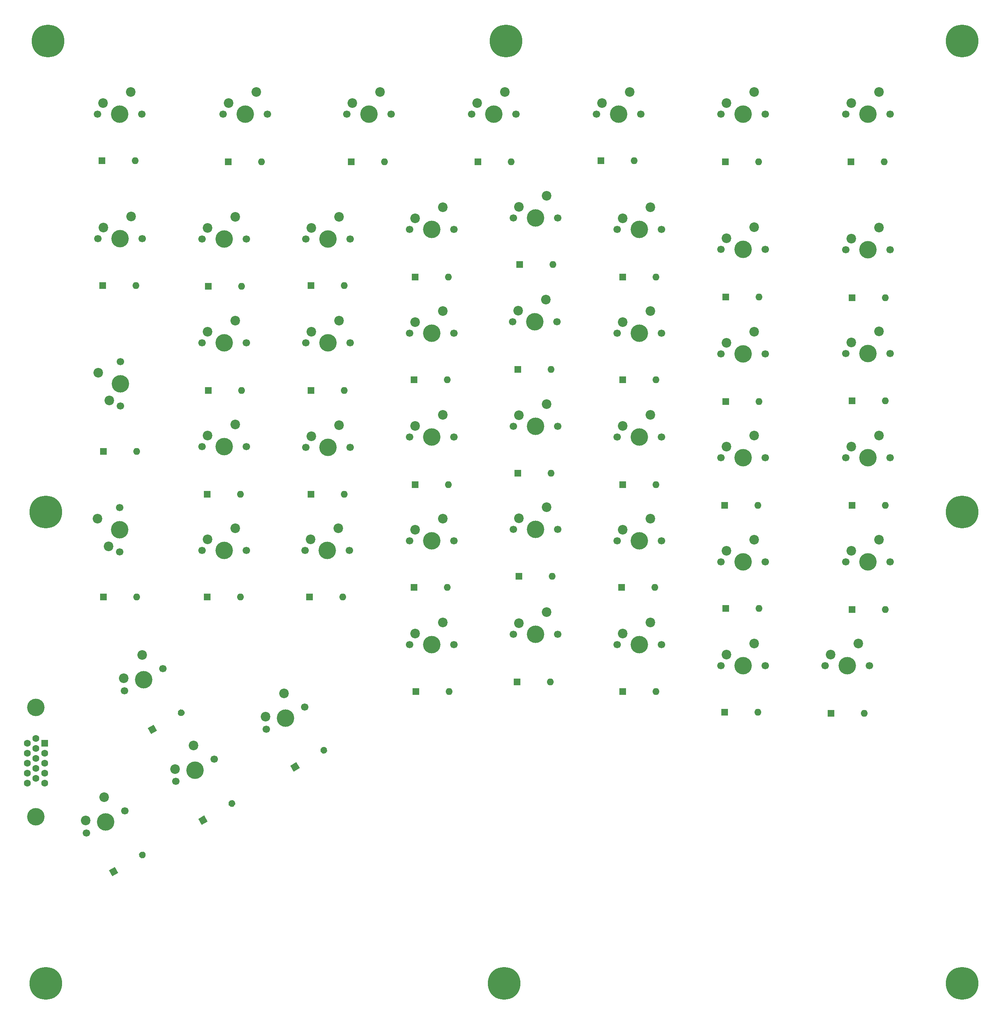
<source format=gbr>
%TF.GenerationSoftware,KiCad,Pcbnew,5.1.6-c6e7f7d~87~ubuntu20.04.1*%
%TF.CreationDate,2020-09-09T13:26:43+02:00*%
%TF.ProjectId,pcb-flat-right,7063622d-666c-4617-942d-72696768742e,rev?*%
%TF.SameCoordinates,Original*%
%TF.FileFunction,Soldermask,Top*%
%TF.FilePolarity,Negative*%
%FSLAX46Y46*%
G04 Gerber Fmt 4.6, Leading zero omitted, Abs format (unit mm)*
G04 Created by KiCad (PCBNEW 5.1.6-c6e7f7d~87~ubuntu20.04.1) date 2020-09-09 13:26:43*
%MOMM*%
%LPD*%
G01*
G04 APERTURE LIST*
%ADD10R,1.600000X1.600000*%
%ADD11O,1.600000X1.600000*%
%ADD12C,0.100000*%
%ADD13C,2.200000*%
%ADD14C,4.000000*%
%ADD15C,1.700000*%
%ADD16C,7.500000*%
%ADD17C,1.600000*%
G04 APERTURE END LIST*
D10*
%TO.C,D1*%
X217580000Y-59200000D03*
D11*
X225200000Y-59200000D03*
%TD*%
D10*
%TO.C,D2*%
X217800000Y-90400000D03*
D11*
X225420000Y-90400000D03*
%TD*%
%TO.C,D3*%
X225420000Y-114000000D03*
D10*
X217800000Y-114000000D03*
%TD*%
D11*
%TO.C,D4*%
X225420000Y-138000000D03*
D10*
X217800000Y-138000000D03*
%TD*%
D11*
%TO.C,D5*%
X225420000Y-161800000D03*
D10*
X217800000Y-161800000D03*
%TD*%
D11*
%TO.C,D6*%
X220620000Y-185600000D03*
D10*
X213000000Y-185600000D03*
%TD*%
D11*
%TO.C,D7*%
X196400000Y-59200000D03*
D10*
X188780000Y-59200000D03*
%TD*%
%TO.C,D8*%
X188800000Y-90200000D03*
D11*
X196420000Y-90200000D03*
%TD*%
D10*
%TO.C,D9*%
X188800000Y-114200000D03*
D11*
X196420000Y-114200000D03*
%TD*%
D10*
%TO.C,D10*%
X188600000Y-138000000D03*
D11*
X196220000Y-138000000D03*
%TD*%
D10*
%TO.C,D11*%
X188800000Y-161600000D03*
D11*
X196420000Y-161600000D03*
%TD*%
D10*
%TO.C,D12*%
X188580000Y-185400000D03*
D11*
X196200000Y-185400000D03*
%TD*%
%TO.C,D14*%
X167800000Y-59000000D03*
D10*
X160180000Y-59000000D03*
%TD*%
%TO.C,D15*%
X165200000Y-85600000D03*
D11*
X172820000Y-85600000D03*
%TD*%
%TO.C,D16*%
X172820000Y-109200000D03*
D10*
X165200000Y-109200000D03*
%TD*%
%TO.C,D17*%
X164980000Y-156800000D03*
D11*
X172600000Y-156800000D03*
%TD*%
D10*
%TO.C,D18*%
X165200000Y-133200000D03*
D11*
X172820000Y-133200000D03*
%TD*%
D10*
%TO.C,D19*%
X165200000Y-180600000D03*
D11*
X172820000Y-180600000D03*
%TD*%
D10*
%TO.C,D20*%
X132000000Y-59200000D03*
D11*
X139620000Y-59200000D03*
%TD*%
%TO.C,D21*%
X149220000Y-82800000D03*
D10*
X141600000Y-82800000D03*
%TD*%
D11*
%TO.C,D22*%
X148820000Y-106800000D03*
D10*
X141200000Y-106800000D03*
%TD*%
%TO.C,D23*%
X141200000Y-130600000D03*
D11*
X148820000Y-130600000D03*
%TD*%
%TO.C,D24*%
X149020000Y-154200000D03*
D10*
X141400000Y-154200000D03*
%TD*%
%TO.C,D25*%
X141000000Y-178400000D03*
D11*
X148620000Y-178400000D03*
%TD*%
%TO.C,D26*%
X110620000Y-59200000D03*
D10*
X103000000Y-59200000D03*
%TD*%
D11*
%TO.C,D27*%
X125020000Y-109200000D03*
D10*
X117400000Y-109200000D03*
%TD*%
%TO.C,D28*%
X117600000Y-85600000D03*
D11*
X125220000Y-85600000D03*
%TD*%
%TO.C,D29*%
X125220000Y-133200000D03*
D10*
X117600000Y-133200000D03*
%TD*%
D11*
%TO.C,D30*%
X125020000Y-156800000D03*
D10*
X117400000Y-156800000D03*
%TD*%
%TO.C,D31*%
X117800000Y-180600000D03*
D11*
X125420000Y-180600000D03*
%TD*%
D10*
%TO.C,D32*%
X74800000Y-59200000D03*
D11*
X82420000Y-59200000D03*
%TD*%
%TO.C,D33*%
X101420000Y-87600000D03*
D10*
X93800000Y-87600000D03*
%TD*%
%TO.C,D34*%
X93800000Y-111600000D03*
D11*
X101420000Y-111600000D03*
%TD*%
%TO.C,D35*%
X101420000Y-135400000D03*
D10*
X93800000Y-135400000D03*
%TD*%
%TO.C,D36*%
X93400000Y-159000000D03*
D11*
X101020000Y-159000000D03*
%TD*%
D10*
%TO.C,D37*%
X45800000Y-59000000D03*
D11*
X53420000Y-59000000D03*
%TD*%
%TO.C,D38*%
X77820000Y-87800000D03*
D10*
X70200000Y-87800000D03*
%TD*%
D11*
%TO.C,D39*%
X77620000Y-159000000D03*
D10*
X70000000Y-159000000D03*
%TD*%
D11*
%TO.C,D40*%
X77820000Y-111600000D03*
D10*
X70200000Y-111600000D03*
%TD*%
%TO.C,D41*%
X70000000Y-135400000D03*
D11*
X77620000Y-135400000D03*
%TD*%
%TO.C,D42*%
X53620000Y-87600000D03*
D10*
X46000000Y-87600000D03*
%TD*%
%TO.C,D43*%
X46200000Y-125600000D03*
D11*
X53820000Y-125600000D03*
%TD*%
%TO.C,D44*%
X53820000Y-159000000D03*
D10*
X46200000Y-159000000D03*
%TD*%
D12*
%TO.C,D45*%
G36*
X48208080Y-223002820D02*
G01*
X47408080Y-221617180D01*
X48793720Y-220817180D01*
X49593720Y-222202820D01*
X48208080Y-223002820D01*
G37*
G36*
G01*
X54407194Y-218500000D02*
X54407194Y-218500000D01*
G75*
G02*
X54700014Y-217407180I692820J400000D01*
G01*
X54700014Y-217407180D01*
G75*
G02*
X55792834Y-217700000I400000J-692820D01*
G01*
X55792834Y-217700000D01*
G75*
G02*
X55500014Y-218792820I-692820J-400000D01*
G01*
X55500014Y-218792820D01*
G75*
G02*
X54407194Y-218500000I-400000J692820D01*
G01*
G37*
%TD*%
%TO.C,D46*%
G36*
G01*
X63600014Y-186192820D02*
X63600014Y-186192820D01*
G75*
G02*
X63307194Y-185100000I400000J692820D01*
G01*
X63307194Y-185100000D01*
G75*
G02*
X64400014Y-184807180I692820J-400000D01*
G01*
X64400014Y-184807180D01*
G75*
G02*
X64692834Y-185900000I-400000J-692820D01*
G01*
X64692834Y-185900000D01*
G75*
G02*
X63600014Y-186192820I-692820J400000D01*
G01*
G37*
G36*
X57108080Y-190402820D02*
G01*
X56308080Y-189017180D01*
X57693720Y-188217180D01*
X58493720Y-189602820D01*
X57108080Y-190402820D01*
G37*
%TD*%
%TO.C,D47*%
G36*
G01*
X74907194Y-206700000D02*
X74907194Y-206700000D01*
G75*
G02*
X75200014Y-205607180I692820J400000D01*
G01*
X75200014Y-205607180D01*
G75*
G02*
X76292834Y-205900000I400000J-692820D01*
G01*
X76292834Y-205900000D01*
G75*
G02*
X76000014Y-206992820I-692820J-400000D01*
G01*
X76000014Y-206992820D01*
G75*
G02*
X74907194Y-206700000I-400000J692820D01*
G01*
G37*
G36*
X68708080Y-211202820D02*
G01*
X67908080Y-209817180D01*
X69293720Y-209017180D01*
X70093720Y-210402820D01*
X68708080Y-211202820D01*
G37*
%TD*%
%TO.C,D48*%
G36*
X89808080Y-199002820D02*
G01*
X89008080Y-197617180D01*
X90393720Y-196817180D01*
X91193720Y-198202820D01*
X89808080Y-199002820D01*
G37*
G36*
G01*
X96007194Y-194500000D02*
X96007194Y-194500000D01*
G75*
G02*
X96300014Y-193407180I692820J400000D01*
G01*
X96300014Y-193407180D01*
G75*
G02*
X97392834Y-193700000I400000J-692820D01*
G01*
X97392834Y-193700000D01*
G75*
G02*
X97100014Y-194792820I-692820J-400000D01*
G01*
X97100014Y-194792820D01*
G75*
G02*
X96007194Y-194500000I-400000J692820D01*
G01*
G37*
%TD*%
D13*
%TO.C,SW1*%
X223940000Y-43200000D03*
X217590000Y-45740000D03*
D14*
X221400000Y-48280000D03*
D15*
X216320000Y-48280000D03*
X226480000Y-48280000D03*
%TD*%
D13*
%TO.C,SW2*%
X223940000Y-74320000D03*
X217590000Y-76860000D03*
D14*
X221400000Y-79400000D03*
D15*
X216320000Y-79400000D03*
X226480000Y-79400000D03*
%TD*%
D13*
%TO.C,SW3*%
X223940000Y-98120000D03*
X217590000Y-100660000D03*
D14*
X221400000Y-103200000D03*
D15*
X216320000Y-103200000D03*
X226480000Y-103200000D03*
%TD*%
%TO.C,SW4*%
X226540000Y-150880000D03*
X216380000Y-150880000D03*
D14*
X221460000Y-150880000D03*
D13*
X217650000Y-148340000D03*
X224000000Y-145800000D03*
%TD*%
D15*
%TO.C,SW5*%
X226540000Y-127080000D03*
X216380000Y-127080000D03*
D14*
X221460000Y-127080000D03*
D13*
X217650000Y-124540000D03*
X224000000Y-122000000D03*
%TD*%
D15*
%TO.C,SW6*%
X221740000Y-174680000D03*
X211580000Y-174680000D03*
D14*
X216660000Y-174680000D03*
D13*
X212850000Y-172140000D03*
X219200000Y-169600000D03*
%TD*%
D15*
%TO.C,SW7*%
X197940000Y-48280000D03*
X187780000Y-48280000D03*
D14*
X192860000Y-48280000D03*
D13*
X189050000Y-45740000D03*
X195400000Y-43200000D03*
%TD*%
D15*
%TO.C,SW8*%
X197940000Y-79280000D03*
X187780000Y-79280000D03*
D14*
X192860000Y-79280000D03*
D13*
X189050000Y-76740000D03*
X195400000Y-74200000D03*
%TD*%
%TO.C,SW9*%
X195400000Y-98200000D03*
X189050000Y-100740000D03*
D14*
X192860000Y-103280000D03*
D15*
X187780000Y-103280000D03*
X197940000Y-103280000D03*
%TD*%
%TO.C,SW10*%
X197940000Y-150880000D03*
X187780000Y-150880000D03*
D14*
X192860000Y-150880000D03*
D13*
X189050000Y-148340000D03*
X195400000Y-145800000D03*
%TD*%
D15*
%TO.C,SW11*%
X197940000Y-127080000D03*
X187780000Y-127080000D03*
D14*
X192860000Y-127080000D03*
D13*
X189050000Y-124540000D03*
X195400000Y-122000000D03*
%TD*%
%TO.C,SW12*%
X195400000Y-169600000D03*
X189050000Y-172140000D03*
D14*
X192860000Y-174680000D03*
D15*
X187780000Y-174680000D03*
X197940000Y-174680000D03*
%TD*%
D13*
%TO.C,SW13*%
X166800000Y-43200000D03*
X160450000Y-45740000D03*
D14*
X164260000Y-48280000D03*
D15*
X159180000Y-48280000D03*
X169340000Y-48280000D03*
%TD*%
D13*
%TO.C,SW14*%
X171600000Y-69600000D03*
X165250000Y-72140000D03*
D14*
X169060000Y-74680000D03*
D15*
X163980000Y-74680000D03*
X174140000Y-74680000D03*
%TD*%
%TO.C,SW15*%
X174140000Y-98480000D03*
X163980000Y-98480000D03*
D14*
X169060000Y-98480000D03*
D13*
X165250000Y-95940000D03*
X171600000Y-93400000D03*
%TD*%
%TO.C,SW16*%
X171600000Y-141000000D03*
X165250000Y-143540000D03*
D14*
X169060000Y-146080000D03*
D15*
X163980000Y-146080000D03*
X174140000Y-146080000D03*
%TD*%
D13*
%TO.C,SW17*%
X171600000Y-117200000D03*
X165250000Y-119740000D03*
D14*
X169060000Y-122280000D03*
D15*
X163980000Y-122280000D03*
X174140000Y-122280000D03*
%TD*%
%TO.C,SW18*%
X174140000Y-169880000D03*
X163980000Y-169880000D03*
D14*
X169060000Y-169880000D03*
D13*
X165250000Y-167340000D03*
X171600000Y-164800000D03*
%TD*%
D15*
%TO.C,SW19*%
X140740000Y-48280000D03*
X130580000Y-48280000D03*
D14*
X135660000Y-48280000D03*
D13*
X131850000Y-45740000D03*
X138200000Y-43200000D03*
%TD*%
%TO.C,SW20*%
X147800000Y-67000000D03*
X141450000Y-69540000D03*
D14*
X145260000Y-72080000D03*
D15*
X140180000Y-72080000D03*
X150340000Y-72080000D03*
%TD*%
D13*
%TO.C,SW21*%
X147600000Y-90800000D03*
X141250000Y-93340000D03*
D14*
X145060000Y-95880000D03*
D15*
X139980000Y-95880000D03*
X150140000Y-95880000D03*
%TD*%
D13*
%TO.C,SW22*%
X147800000Y-138400000D03*
X141450000Y-140940000D03*
D14*
X145260000Y-143480000D03*
D15*
X140180000Y-143480000D03*
X150340000Y-143480000D03*
%TD*%
%TO.C,SW23*%
X150340000Y-119880000D03*
X140180000Y-119880000D03*
D14*
X145260000Y-119880000D03*
D13*
X141450000Y-117340000D03*
X147800000Y-114800000D03*
%TD*%
%TO.C,SW24*%
X147800000Y-162400000D03*
X141450000Y-164940000D03*
D14*
X145260000Y-167480000D03*
D15*
X140180000Y-167480000D03*
X150340000Y-167480000D03*
%TD*%
D13*
%TO.C,SW25*%
X109600000Y-43200000D03*
X103250000Y-45740000D03*
D14*
X107060000Y-48280000D03*
D15*
X101980000Y-48280000D03*
X112140000Y-48280000D03*
%TD*%
D13*
%TO.C,SW26*%
X124000000Y-69600000D03*
X117650000Y-72140000D03*
D14*
X121460000Y-74680000D03*
D15*
X116380000Y-74680000D03*
X126540000Y-74680000D03*
%TD*%
%TO.C,SW27*%
X126540000Y-98480000D03*
X116380000Y-98480000D03*
D14*
X121460000Y-98480000D03*
D13*
X117650000Y-95940000D03*
X124000000Y-93400000D03*
%TD*%
%TO.C,SW28*%
X124000000Y-141000000D03*
X117650000Y-143540000D03*
D14*
X121460000Y-146080000D03*
D15*
X116380000Y-146080000D03*
X126540000Y-146080000D03*
%TD*%
D13*
%TO.C,SW29*%
X124000000Y-117200000D03*
X117650000Y-119740000D03*
D14*
X121460000Y-122280000D03*
D15*
X116380000Y-122280000D03*
X126540000Y-122280000D03*
%TD*%
%TO.C,SW30*%
X126540000Y-169880000D03*
X116380000Y-169880000D03*
D14*
X121460000Y-169880000D03*
D13*
X117650000Y-167340000D03*
X124000000Y-164800000D03*
%TD*%
D15*
%TO.C,SW31*%
X83740000Y-48280000D03*
X73580000Y-48280000D03*
D14*
X78660000Y-48280000D03*
D13*
X74850000Y-45740000D03*
X81200000Y-43200000D03*
%TD*%
D15*
%TO.C,SW32*%
X102740000Y-76880000D03*
X92580000Y-76880000D03*
D14*
X97660000Y-76880000D03*
D13*
X93850000Y-74340000D03*
X100200000Y-71800000D03*
%TD*%
D15*
%TO.C,SW33*%
X102740000Y-100680000D03*
X92580000Y-100680000D03*
D14*
X97660000Y-100680000D03*
D13*
X93850000Y-98140000D03*
X100200000Y-95600000D03*
%TD*%
D15*
%TO.C,SW34*%
X102540000Y-148280000D03*
X92380000Y-148280000D03*
D14*
X97460000Y-148280000D03*
D13*
X93650000Y-145740000D03*
X100000000Y-143200000D03*
%TD*%
D15*
%TO.C,SW35*%
X102740000Y-124680000D03*
X92580000Y-124680000D03*
D14*
X97660000Y-124680000D03*
D13*
X93850000Y-122140000D03*
X100200000Y-119600000D03*
%TD*%
%TO.C,SW36*%
X52400000Y-43200000D03*
X46050000Y-45740000D03*
D14*
X49860000Y-48280000D03*
D15*
X44780000Y-48280000D03*
X54940000Y-48280000D03*
%TD*%
D13*
%TO.C,SW37*%
X76400000Y-71800000D03*
X70050000Y-74340000D03*
D14*
X73860000Y-76880000D03*
D15*
X68780000Y-76880000D03*
X78940000Y-76880000D03*
%TD*%
D13*
%TO.C,SW38*%
X76400000Y-95600000D03*
X70050000Y-98140000D03*
D14*
X73860000Y-100680000D03*
D15*
X68780000Y-100680000D03*
X78940000Y-100680000D03*
%TD*%
D13*
%TO.C,SW39*%
X76400000Y-143200000D03*
X70050000Y-145740000D03*
D14*
X73860000Y-148280000D03*
D15*
X68780000Y-148280000D03*
X78940000Y-148280000D03*
%TD*%
D13*
%TO.C,SW40*%
X76400000Y-119400000D03*
X70050000Y-121940000D03*
D14*
X73860000Y-124480000D03*
D15*
X68780000Y-124480000D03*
X78940000Y-124480000D03*
%TD*%
%TO.C,SW41*%
X55080000Y-76800000D03*
X44920000Y-76800000D03*
D14*
X50000000Y-76800000D03*
D13*
X46190000Y-74260000D03*
X52540000Y-71720000D03*
%TD*%
%TO.C,SW42*%
X45000000Y-107600000D03*
X47540000Y-113950000D03*
D14*
X50080000Y-110140000D03*
D15*
X50080000Y-115220000D03*
X50080000Y-105060000D03*
%TD*%
%TO.C,SW43*%
X49880000Y-138460000D03*
X49880000Y-148620000D03*
D14*
X49880000Y-143540000D03*
D13*
X47340000Y-147350000D03*
X44800000Y-141000000D03*
%TD*%
D15*
%TO.C,SW44*%
X51099405Y-207960409D03*
X42300586Y-213040409D03*
D14*
X46699995Y-210500409D03*
D13*
X42130439Y-210205705D03*
X46359700Y-204831000D03*
%TD*%
D15*
%TO.C,SW45*%
X59799405Y-175360409D03*
X51000586Y-180440409D03*
D14*
X55399995Y-177900409D03*
D13*
X50830439Y-177605705D03*
X55059700Y-172231000D03*
%TD*%
%TO.C,SW46*%
X66859700Y-193031000D03*
X62630439Y-198405705D03*
D14*
X67199995Y-198700409D03*
D15*
X62800586Y-201240409D03*
X71599405Y-196160409D03*
%TD*%
%TO.C,SW47*%
X92299405Y-184160409D03*
X83500586Y-189240409D03*
D14*
X87899995Y-186700409D03*
D13*
X83330439Y-186405705D03*
X87559700Y-181031000D03*
%TD*%
D16*
%TO.C,H1*%
X33500000Y-31500000D03*
%TD*%
%TO.C,H2*%
X243000000Y-247500000D03*
%TD*%
%TO.C,H3*%
X138500000Y-31500000D03*
%TD*%
%TO.C,H4*%
X243000000Y-139500000D03*
%TD*%
%TO.C,H5*%
X243000000Y-31500000D03*
%TD*%
%TO.C,H6*%
X138000000Y-247500000D03*
%TD*%
%TO.C,H7*%
X33000000Y-139500000D03*
%TD*%
%TO.C,H8*%
X33000000Y-247500000D03*
%TD*%
D10*
%TO.C,J1*%
X32700000Y-192500000D03*
D17*
X32700000Y-194790000D03*
X32700000Y-197080000D03*
X32700000Y-199370000D03*
X32700000Y-201660000D03*
X30720000Y-191355000D03*
X30720000Y-193645000D03*
X30720000Y-195935000D03*
X30720000Y-198225000D03*
X30720000Y-200515000D03*
X28740000Y-192500000D03*
X28740000Y-194790000D03*
X28740000Y-197080000D03*
X28740000Y-199370000D03*
X28740000Y-201660000D03*
D14*
X30650000Y-209315000D03*
X30650000Y-184315000D03*
%TD*%
M02*

</source>
